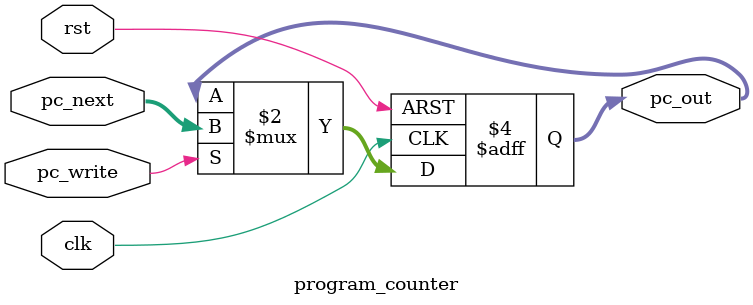
<source format=v>
module program_counter (
    input wire clk,             
    input wire rst,             
    input wire [31:0] pc_next,  
    input wire pc_write,        
    output reg [31:0] pc_out    
);
    always @(posedge clk or posedge rst) begin
        if (rst)
            pc_out <= 32'h00000000; 
        else if (pc_write)
            pc_out <= pc_next;      
    end
endmodule


</source>
